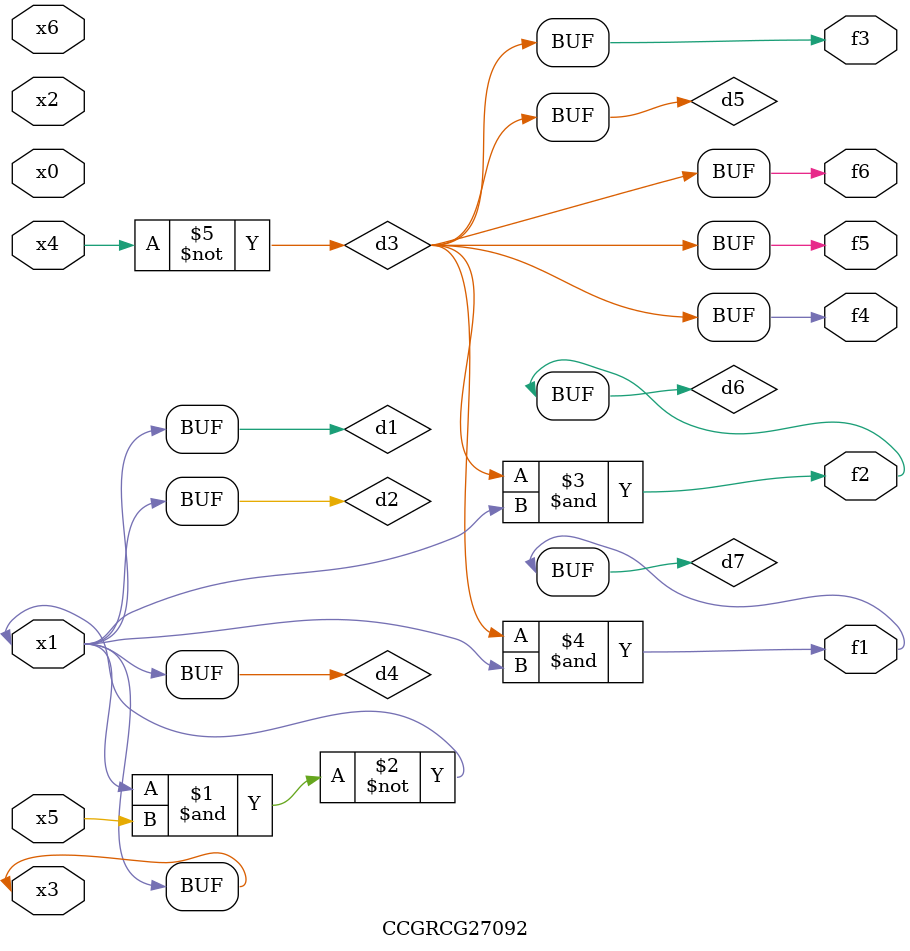
<source format=v>
module CCGRCG27092(
	input x0, x1, x2, x3, x4, x5, x6,
	output f1, f2, f3, f4, f5, f6
);

	wire d1, d2, d3, d4, d5, d6, d7;

	buf (d1, x1, x3);
	nand (d2, x1, x5);
	not (d3, x4);
	buf (d4, d1, d2);
	buf (d5, d3);
	and (d6, d3, d4);
	and (d7, d3, d4);
	assign f1 = d7;
	assign f2 = d6;
	assign f3 = d5;
	assign f4 = d5;
	assign f5 = d5;
	assign f6 = d5;
endmodule

</source>
